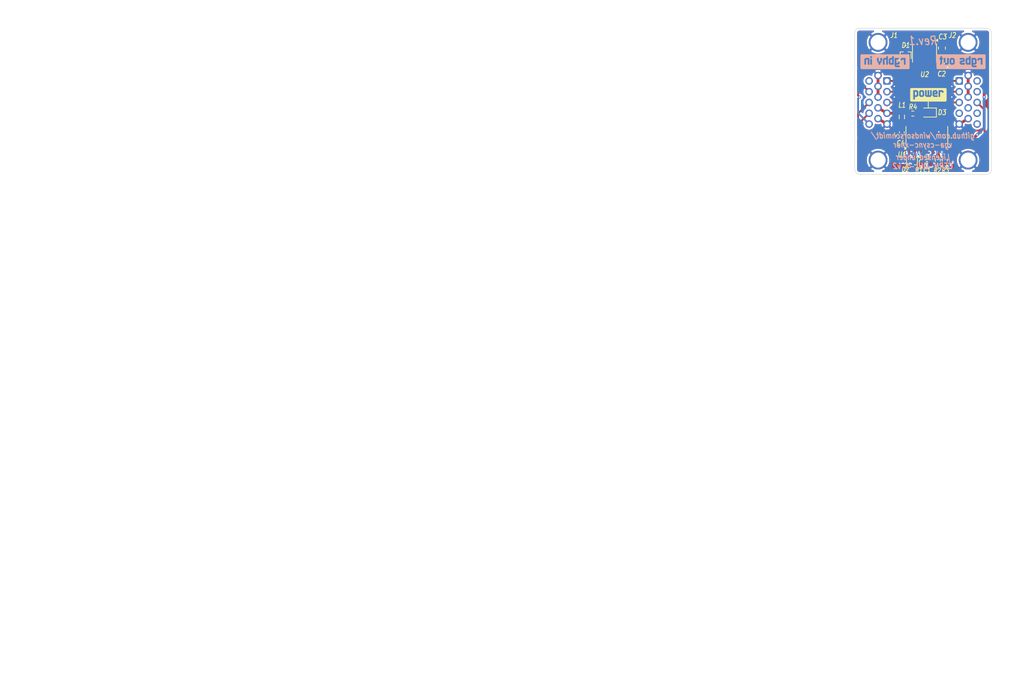
<source format=kicad_pcb>
(kicad_pcb (version 20241229) (generator "pcbnew") (generator_version "9.0")
  (title_block (title "VGA H/V to Composite Sync Generator (XNOR)") (date "2025-08-03") (rev "1"))
  (layers (0 "F.Cu" signal) (2 "B.Cu" signal) (13 "F.Paste" user) (15 "B.Paste" user) (5 "F.SilkS" user "F.Silkscreen") (7 "B.SilkS" user "B.Silkscreen") (1 "F.Mask" user) (3 "B.Mask" user) (25 "Edge.Cuts" user))
  (net 0 "")
  (net 1 "GND")
  (net 2 "+5V")
  (net 3 "/HSYNC")
  (net 4 "/SDA")
  (net 5 "/VSYNC")
  (net 6 "/SCL")
  (net 7 "/CSYNC")
  (net 9 "/B")
  (net 10 "/G")
  (net 12 "/VGA_5V")
  (net 13 "/R")
  (net 19 "Net-(D3-A)")
  (net 20 "Net-(R1-Pad1)")
  (net 24 "Net-(R2-Pad2)")
  (net 25 "Net-(C1-Pad1)")
  (footprint "Connector_Dsub:DSUB-15-HD_Socket_Horizontal_P2.29x1.90mm_EdgePinOffset3.03mm_Housed_MountingHolesOffset4.94mm" (layer "F.Cu") (at 223.67 135.68 90)
    (property "Reference" "J2")
    (property "Value" "HD15-SN-25")
  )
  (footprint "Package_TO_SOT_SMD:SOT-323_SC-70" (layer "F.Cu") (at 212.3 130.25 90)
    (property "Reference" "D1")
    (property "Value" "ESDA5WY")
  )
  (footprint "Package_SO:SOIC-8_3.9x4.9mm_P1.27mm" (layer "F.Cu") (at 216.3 129.75 -90)
    (property "Reference" "U2")
    (property "Value" "M24C02-FMN")
  )
  (footprint "Capacitor_SMD:C_0603_1608Metric" (layer "F.Cu") (at 216.81 153.3 180)
    (property "Reference" "C1")
    (property "Value" "330p")
  )
  (footprint "Package_SO:SOIC-14_3.9x8.7mm_P1.27mm" (layer "F.Cu") (at 216.8 147.3 90)
    (property "Reference" "U1")
    (property "Value" "SN74HCS86DR")
  )
  (footprint "Resistor_SMD:R_0603_1608Metric" (layer "F.Cu") (at 220.61 152.5 90)
    (property "Reference" "R3")
    (property "Value" "75")
  )
  (footprint "Package_TO_SOT_SMD:SOT-323_SC-70" (layer "F.Cu") (at 213.64 152.775 -90)
    (property "Reference" "D2")
    (property "Value" "ESDA5WY")
  )
  (footprint "Capacitor_SMD:C_0603_1608Metric" (layer "F.Cu") (at 220 131.975 -90)
    (property "Reference" "C2")
    (property "Value" "100n")
  )
  (footprint "LED_SMD:LED_0805_2012Metric" (layer "F.Cu") (at 217.1325 142.4 180)
    (property "Reference" "D3")
    (property "Value" "LG R971-KN-1-0-20-R18")
  )
  (footprint "Capacitor_SMD:C_0603_1608Metric" (layer "F.Cu") (at 211.49 146.6 -90)
    (property "Reference" "C4")
    (property "Value" "100n")
  )
  (footprint "Resistor_SMD:R_0603_1608Metric" (layer "F.Cu") (at 216.81 151.8)
    (property "Reference" "R1")
    (property "Value" "1.37k")
  )
  (footprint "Resistor_SMD:R_0603_1608Metric" (layer "F.Cu") (at 219.13 152.5 90)
    (property "Reference" "R2")
    (property "Value" "536")
  )
  (footprint "Connector_Dsub:DSUB-15-HD_Pins_Horizontal_P2.29x1.90mm_EdgePinOffset3.03mm_Housed_MountingHolesOffset4.94mm" (layer "F.Cu") (at 208.33 135.68 -90)
    (property "Reference" "J1")
    (property "Value" "L717HDE15PD4CH4R")
  )
  (footprint "Resistor_SMD:R_0603_1608Metric" (layer "F.Cu") (at 213.815 142.625 180)
    (property "Reference" "R4")
    (property "Value" "536")
  )
  (footprint "Inductor_SMD:L_0805_2012Metric" (layer "F.Cu") (at 211.49 143.325 -90)
    (property "Reference" "L1")
    (property "Value" "MPZ2012S102AT000")
  )
  (footprint "Capacitor_SMD:C_0805_2012Metric" (layer "F.Cu") (at 220 128.725 90)
    (property "Reference" "C3")
    (property "Value" "4.7u")
  )
  (gr_line (start 215.2 152.6) (end 215.5 152.3) (stroke (width 0.18)) (layer "F.SilkS"))
  (gr_line (start 215.2 153.7) (end 215.2 152.6) (stroke (width 0.18)) (layer "F.SilkS"))
  (gr_line (start 217.1 141.44) (end 217.1 140) (stroke (width 0.18)) (layer "F.SilkS"))
  (gr_poly (pts (xy 215.87437 138.184741) (xy 215.87437 138.363337) (xy 215.87437 138.54192) (xy 215.87437 138.720517) (xy 215.695777 138.720517) (xy 215.517184 138.720517) (xy 215.517184 138.54192) (xy 215.517184 138.363337) (xy 215.517184 138.184741) (xy 215.517184 138.006144) (xy 215.695777 138.006144) (xy 215.87437 138.006144)) (fill yes) (layer "F.SilkS"))
  (gr_poly (pts (xy 214.624215 138.184741) (xy 214.624215 138.363337) (xy 214.624215 138.54192) (xy 214.624215 138.720517) (xy 214.445622 138.720517) (xy 214.267029 138.720517) (xy 214.267029 138.54192) (xy 214.267029 138.363337) (xy 214.267029 138.184741) (xy 214.267029 138.006144) (xy 214.445626 138.006144) (xy 214.624215 138.006144)) (fill yes) (layer "F.SilkS"))
  (gr_poly (pts (xy 218.731869 138.184741) (xy 218.553276 138.184741) (xy 218.374683 138.184741) (xy 218.374683 138.006144) (xy 218.553276 138.006144) (xy 218.731869 138.006144)) (fill yes) (layer "F.SilkS"))
  (gr_poly (pts (xy 220.738247 137.191665) (xy 220.751996 137.192702) (xy 220.765542 137.19441) (xy 220.778868 137.196771) (xy 220.791957 137.199771) (xy 220.804792 137.203391) (xy 220.817358 137.207616) (xy 220.829636 137.212429) (xy 220.84161 137.217812) (xy 220.853264 137.223751) (xy 220.86458 137.230227) (xy 220.875542 137.237224) (xy 220.886133 137.244726) (xy 220.896336 137.252717) (xy 220.906134 137.261178) (xy 220.915511 137.270095) (xy 220.92445 137.27945) (xy 220.932934 137.289226) (xy 220.940945 137.299407) (xy 220.948469 137.309977) (xy 220.955487 137.320918) (xy 220.961982 137.332215) (xy 220.967939 137.34385) (xy 220.97334 137.355807) (xy 220.978169 137.368069) (xy 220.982408 137.38062) (xy 220.986041 137.393443) (xy 220.989051 137.406522) (xy 220.991422 137.419839) (xy 220.993136 137.433379) (xy 220.994176 137.447124) (xy 220.994527 137.461058) (xy 220.994527 139.801379) (xy 220.994176 139.815313) (xy 220.993136 139.829058) (xy 220.991422 139.842598) (xy 220.989051 139.855915) (xy 220.986041 139.868993) (xy 220.982408 139.881816) (xy 220.978169 139.894367) (xy 220.97334 139.90663) (xy 220.967939 139.918587) (xy 220.961982 139.930222) (xy 220.955487 139.941518) (xy 220.948469 139.95246) (xy 220.940945 139.96303) (xy 220.932934 139.973211) (xy 220.92445 139.982987) (xy 220.915511 139.992342) (xy 220.906134 140.001258) (xy 220.896336 140.00972) (xy 220.886133 140.01771) (xy 220.875542 140.025213) (xy 220.86458 140.03221) (xy 220.853264 140.038686) (xy 220.84161 140.044624) (xy 220.829636 140.050008) (xy 220.817358 140.054821) (xy 220.804792 140.059046) (xy 220.791957 140.062666) (xy 220.778868 140.065665) (xy 220.765542 140.068027) (xy 220.751996 140.069735) (xy 220.738247 140.070772) (xy 220.724311 140.071121) (xy 213.524752 140.071121) (xy 213.510816 140.070772) (xy 213.497067 140.069735) (xy 213.483521 140.068027) (xy 213.470195 140.065665) (xy 213.457106 140.062666) (xy 213.44427 140.059046) (xy 213.431705 140.054821) (xy 213.419427 140.050008) (xy 213.407452 140.044624) (xy 213.395799 140.038686) (xy 213.384483 140.03221) (xy 213.373521 140.025213) (xy 213.36293 140.01771) (xy 213.352727 140.00972) (xy 213.342929 140.001258) (xy 213.333552 139.992342) (xy 213.324613 139.982987) (xy 213.316129 139.973211) (xy 213.308117 139.96303) (xy 213.300594 139.95246) (xy 213.293576 139.941518) (xy 213.28708 139.930222) (xy 213.281124 139.918587) (xy 213.275723 139.90663) (xy 213.270894 139.894367) (xy 213.266655 139.881816) (xy 213.263022 139.868993) (xy 213.260012 139.855915) (xy 213.257641 139.842598) (xy 213.255927 139.829058) (xy 213.254887 139.815313) (xy 213.254536 139.801379) (xy 213.254536 137.648965) (xy 213.909843 137.648965) (xy 213.909846 137.827548) (xy 213.909846 138.006144) (xy 213.909846 138.184741) (xy 213.909846 138.363337) (xy 213.909846 138.54192) (xy 213.909846 138.720517) (xy 213.909846 138.899113) (xy 213.909846 139.07771) (xy 213.909846 139.256292) (xy 213.909846 139.434889) (xy 213.909846 139.613485) (xy 214.088439 139.613485) (xy 214.267032 139.613485) (xy 214.267032 139.434889) (xy 214.267032 139.256292) (xy 214.267032 139.07771) (xy 214.445626 139.07771) (xy 214.624219 139.07771) (xy 214.802808 139.07771) (xy 214.802808 138.899113) (xy 214.981401 138.899113) (xy 214.981401 138.720517) (xy 214.981401 138.54192) (xy 214.981401 138.363337) (xy 214.981401 138.184741) (xy 214.981401 138.006144) (xy 214.981401 137.827548) (xy 215.160001 137.827548) (xy 215.160001 138.006144) (xy 215.160001 138.184741) (xy 215.160001 138.363337) (xy 215.160001 138.54192) (xy 215.160001 138.720517) (xy 215.160001 138.899113) (xy 215.338594 138.899113) (xy 215.338594 139.07771) (xy 215.517187 139.07771) (xy 215.695784 139.07771) (xy 215.874377 139.07771) (xy 216.052966 139.07771) (xy 216.052966 138.899113) (xy 216.231559 138.899113) (xy 216.231559 138.720517) (xy 216.231559 138.54192) (xy 216.231559 138.363337) (xy 216.231559 138.184741) (xy 216.231559 138.006144) (xy 216.231559 137.827548) (xy 216.410156 137.827548) (xy 216.410156 138.006144) (xy 216.410156 138.184741) (xy 216.410156 138.363337) (xy 216.410156 138.54192) (xy 216.410156 138.720517) (xy 216.410156 138.899113) (xy 216.588749 138.899113) (xy 216.588749 139.07771) (xy 216.767346 139.07771) (xy 216.945938 139.07771) (xy 217.124531 139.07771) (xy 217.303125 139.07771) (xy 217.481721 139.07771) (xy 217.660307 139.07771) (xy 217.660307 138.899113) (xy 217.8389 138.899113) (xy 217.8389 138.720517) (xy 217.8389 138.54192) (xy 217.8389 138.363337) (xy 217.8389 138.184741) (xy 217.8389 138.006144) (xy 217.8389 137.827548) (xy 218.0175 137.827548) (xy 218.0175 138.006144) (xy 218.0175 138.184741) (xy 218.0175 138.363337) (xy 218.0175 138.54192) (xy 218.0175 138.720517) (xy 218.0175 138.899113) (xy 218.196093 138.899113) (xy 218.196093 139.07771) (xy 218.374686 139.07771) (xy 218.553283 139.07771) (xy 218.731876 139.07771) (xy 218.910469 139.07771) (xy 219.089059 139.07771) (xy 219.089059 138.899113) (xy 219.089059 138.720517) (xy 218.910466 138.720517) (xy 218.731872 138.720517) (xy 218.553279 138.720517) (xy 218.374686 138.720517) (xy 218.374686 138.54192) (xy 218.553283 138.54192) (xy 218.731876 138.54192) (xy 218.910469 138.54192) (xy 219.089059 138.54192) (xy 219.089059 138.363337) (xy 219.089059 138.184741) (xy 219.089059 138.006144) (xy 219.089059 137.827548) (xy 218.910466 137.827548) (xy 218.910466 137.648965) (xy 219.267655 137.648965) (xy 219.267659 137.827548) (xy 219.267659 138.006144) (xy 219.267659 138.184741) (xy 219.267659 138.363337) (xy 219.267659 138.54192) (xy 219.267659 138.720517) (xy 219.267659 138.899113) (xy 219.267659 139.07771) (xy 219.446252 139.07771) (xy 219.624845 139.07771) (xy 219.624845 138.899113) (xy 219.624845 138.720517) (xy 219.624845 138.54192) (xy 219.624845 138.363337) (xy 219.624845 138.184741) (xy 219.624845 138.006144) (xy 219.803438 138.006144) (xy 219.982031 138.006144) (xy 219.982031 138.184741) (xy 220.160624 138.184741) (xy 220.339213 138.184741) (xy 220.339213 138.006144) (xy 220.339213 137.827548) (xy 220.16062 137.827548) (xy 220.16062 137.648965) (xy 219.982027 137.648965) (xy 219.803434 137.648965) (xy 219.624841 137.648965) (xy 219.446248 137.648965) (xy 219.267655 137.648965) (xy 218.910466 137.648965) (xy 218.731872 137.648965) (xy 218.553279 137.648965) (xy 218.374686 137.648965) (xy 218.196093 137.648965) (xy 218.196093 137.827548) (xy 218.0175 137.827548) (xy 217.8389 137.827548) (xy 217.8389 137.648965) (xy 217.660307 137.648965) (xy 217.481714 137.648965) (xy 217.481714 137.827548) (xy 217.481714 138.006144) (xy 217.481714 138.184741) (xy 217.481714 138.363337) (xy 217.481714 138.54192) (xy 217.481714 138.720517) (xy 217.303121 138.720517) (xy 217.303121 138.54192) (xy 217.303121 138.363337) (xy 217.303121 138.184741) (xy 217.303121 138.006144) (xy 217.303121 137.827548) (xy 217.303121 137.648965) (xy 217.124528 137.648965) (xy 216.945935 137.648965) (xy 216.945935 137.827548) (xy 216.945935 138.006144) (xy 216.945935 138.184741) (xy 216.945935 138.363337) (xy 216.945935 138.54192) (xy 216.945935 138.720517) (xy 216.767342 138.720517) (xy 216.767342 138.54192) (xy 216.767342 138.363337) (xy 216.767342 138.184741) (xy 216.767342 138.006144) (xy 216.767342 137.827548) (xy 216.767342 137.648965) (xy 216.588749 137.648965) (xy 216.410156 137.648965) (xy 216.410156 137.827548) (xy 216.231559 137.827548) (xy 216.052966 137.827548) (xy 216.052966 137.648965) (xy 215.874373 137.648965) (xy 215.69578 137.648965) (xy 215.517187 137.648965) (xy 215.338594 137.648965) (xy 215.338594 137.827548) (xy 215.160001 137.827548) (xy 214.981401 137.827548) (xy 214.802808 137.827548) (xy 214.802808 137.648965) (xy 214.624215 137.648965) (xy 214.445622 137.648965) (xy 214.267029 137.648965) (xy 214.088436 137.648965) (xy 213.909843 137.648965) (xy 213.254536 137.648965) (xy 213.254536 137.461058) (xy 213.254887 137.447124) (xy 213.255927 137.433379) (xy 213.257641 137.419839) (xy 213.260012 137.406522) (xy 213.263022 137.393443) (xy 213.266655 137.38062) (xy 213.270894 137.368069) (xy 213.275723 137.355807) (xy 213.281124 137.34385) (xy 213.28708 137.332215) (xy 213.293576 137.320918) (xy 213.300594 137.309977) (xy 213.308117 137.299407) (xy 213.316129 137.289226) (xy 213.324613 137.27945) (xy 213.333552 137.270095) (xy 213.342929 137.261178) (xy 213.352727 137.252717) (xy 213.36293 137.244726) (xy 213.373521 137.237224) (xy 213.384483 137.230227) (xy 213.395799 137.223751) (xy 213.407452 137.217812) (xy 213.419427 137.212429) (xy 213.431705 137.207616) (xy 213.44427 137.203391) (xy 213.457106 137.199771) (xy 213.470195 137.196771) (xy 213.483521 137.19441) (xy 213.497067 137.192702) (xy 213.510816 137.191665) (xy 213.524752 137.191316) (xy 220.724311 137.191316)) (fill yes) (layer "F.SilkS"))
  (gr_poly (pts (xy 210.314689 131.335789) (xy 210.314689 131.514372) (xy 210.314689 131.692969) (xy 210.314689 131.871565) (xy 210.493282 131.871565) (xy 210.671875 131.871565) (xy 210.671875 131.692969) (xy 210.671875 131.514372) (xy 210.671875 131.335789) (xy 210.671875 131.157193) (xy 210.493282 131.157193) (xy 210.314689 131.157193)) (fill yes) (layer "B.SilkS"))
  (gr_poly (pts (xy 221.992965 131.335789) (xy 221.992965 131.514372) (xy 221.992965 131.692969) (xy 221.992965 131.871565) (xy 222.171558 131.871565) (xy 222.350151 131.871565) (xy 222.350151 131.692969) (xy 222.350151 131.514372) (xy 222.350151 131.335789) (xy 222.350151 131.157193) (xy 222.171558 131.157193) (xy 221.992965 131.157193)) (fill yes) (layer "B.SilkS"))
  (gr_poly (pts (xy 225.386247 131.335789) (xy 225.386247 131.514372) (xy 225.386247 131.692969) (xy 225.386247 131.871565) (xy 225.56484 131.871565) (xy 225.743433 131.871565) (xy 225.743433 131.692969) (xy 225.743433 131.514372) (xy 225.743433 131.335789) (xy 225.743433 131.157193) (xy 225.56484 131.157193) (xy 225.386247 131.157193)) (fill yes) (layer "B.SilkS"))
  (gr_poly (pts (xy 219.082928 130.028781) (xy 219.069183 130.029822) (xy 219.055643 130.031536) (xy 219.042325 130.033906) (xy 219.029246 130.036917) (xy 219.016423 130.04055) (xy 219.003872 130.044789) (xy 218.991609 130.049618) (xy 218.979651 130.055019) (xy 218.968016 130.060976) (xy 218.956719 130.067472) (xy 218.945777 130.074491) (xy 218.935207 130.082014) (xy 218.925025 130.090026) (xy 218.915248 130.09851) (xy 218.905893 130.107449) (xy 218.896976 130.116827) (xy 218.888514 130.126625) (xy 218.880524 130.136829) (xy 218.873021 130.14742) (xy 218.866023 130.158382) (xy 218.859547 130.169698) (xy 218.853608 130.181352) (xy 218.848224 130.193327) (xy 218.843412 130.205605) (xy 218.839187 130.218171) (xy 218.835566 130.231007) (xy 218.832566 130.244096) (xy 218.830204 130.257422) (xy 218.828497 130.270968) (xy 218.82746 130.284717) (xy 218.827111 130.298653) (xy 218.827111 132.908729) (xy 218.82746 132.922664) (xy 218.828497 132.936409) (xy 218.830204 132.949948) (xy 218.832566 132.963266) (xy 218.835566 132.976345) (xy 218.839187 132.989168) (xy 218.843412 133.00172) (xy 218.848225 133.013982) (xy 218.853609 133.02594) (xy 218.859548 133.037575) (xy 218.866024 133.048873) (xy 218.873022 133.059815) (xy 218.880525 133.070385) (xy 218.888515 133.080567) (xy 218.896978 133.090344) (xy 218.905895 133.099699) (xy 218.91525 133.108616) (xy 218.925027 133.117079) (xy 218.935208 133.12507) (xy 218.945779 133.132572) (xy 218.95672 133.13957) (xy 218.968017 133.146047) (xy 218.979653 133.151986) (xy 218.99161 133.15737) (xy 219.003873 133.162183) (xy 219.016424 133.166408) (xy 219.029248 133.170029) (xy 219.042326 133.173029) (xy 219.055644 133.175391) (xy 219.069183 133.177099) (xy 219.082929 133.178136) (xy 219.096863 133.178485) (xy 228.996725 133.178485) (xy 229.01066 133.178136) (xy 229.024409 133.177099) (xy 229.037955 133.175391) (xy 229.051281 133.173029) (xy 229.06437 133.170029) (xy 229.077206 133.166408) (xy 229.089771 133.162183) (xy 229.10205 133.15737) (xy 229.114024 133.151986) (xy 229.125678 133.146047) (xy 229.136994 133.13957) (xy 229.147956 133.132572) (xy 229.158547 133.12507) (xy 229.16875 133.117079) (xy 229.178548 133.108616) (xy 229.187925 133.099699) (xy 229.196864 133.090344) (xy 229.205347 133.080567) (xy 229.213359 133.070385) (xy 229.220882 133.059815) (xy 229.2279 133.048873) (xy 229.234396 133.037575) (xy 229.240353 133.02594) (xy 229.245754 133.013982) (xy 229.250582 133.00172) (xy 229.254822 132.989168) (xy 229.258455 132.976345) (xy 229.261465 132.963266) (xy 229.263835 132.949948) (xy 229.265549 132.936409) (xy 229.26659 132.922664) (xy 229.266941 132.908729) (xy 229.266941 130.978596) (xy 228.600936 130.978596) (xy 228.600936 131.157193) (xy 228.600936 131.335789) (xy 228.600936 131.514372) (xy 228.600936 131.692969) (xy 228.600936 131.871565) (xy 228.600936 132.050162) (xy 228.600936 132.228744) (xy 228.422339 132.228744) (xy 228.243746 132.228744) (xy 228.243746 132.050162) (xy 228.243746 131.871565) (xy 228.243746 131.692969) (xy 228.243746 131.514372) (xy 228.243746 131.335789) (xy 228.243746 131.157193) (xy 228.065153 131.157193) (xy 227.88656 131.157193) (xy 227.88656 131.335789) (xy 227.707967 131.335789) (xy 227.529377 131.335789) (xy 227.529377 131.157193) (xy 227.529377 130.978596) (xy 227.350778 130.978596) (xy 227.350778 131.157193) (xy 227.350778 131.335789) (xy 227.350778 131.514372) (xy 227.350778 131.692969) (xy 227.350778 131.871565) (xy 227.350778 132.050162) (xy 227.172184 132.050162) (xy 227.172184 132.228744) (xy 226.993591 132.228744) (xy 226.814998 132.228744) (xy 226.636405 132.228744) (xy 226.636405 132.407341) (xy 226.814998 132.407341) (xy 226.993591 132.407341) (xy 227.172184 132.407341) (xy 227.350778 132.407341) (xy 227.350778 132.585937) (xy 227.350778 132.764534) (xy 227.172184 132.764534) (xy 226.993591 132.764534) (xy 226.814998 132.764534) (xy 226.636402 132.764534) (xy 226.457809 132.764534) (xy 226.457809 132.585937) (xy 226.279219 132.585937) (xy 226.279219 132.407341) (xy 226.279219 132.228744) (xy 226.279219 132.050162) (xy 226.279219 131.871565) (xy 226.279219 131.692969) (xy 226.279219 131.514372) (xy 226.279219 131.335789) (xy 226.279219 131.157193) (xy 226.279219 130.978596) (xy 226.279219 130.8) (xy 226.457812 130.8) (xy 226.636405 130.8) (xy 226.814998 130.8) (xy 226.993591 130.8) (xy 227.172184 130.8) (xy 227.172184 130.978596) (xy 227.350778 130.978596) (xy 227.529377 130.978596) (xy 227.70797 130.978596) (xy 227.70797 130.8) (xy 227.886563 130.8) (xy 228.065157 130.8) (xy 228.24375 130.8) (xy 228.422343 130.8) (xy 228.600936 130.8) (xy 228.600936 130.978596) (xy 229.266941 130.978596) (xy 229.266941 130.621417) (xy 226.100623 130.621417) (xy 226.100623 130.8) (xy 226.100623 130.978596) (xy 226.100623 131.157193) (xy 226.100623 131.335789) (xy 226.100623 131.514372) (xy 226.100623 131.692969) (xy 226.100623 131.871565) (xy 226.100623 132.050162) (xy 226.100623 132.228744) (xy 225.92203 132.228744) (xy 225.743433 132.228744) (xy 225.56484 132.228744) (xy 225.386247 132.228744) (xy 225.207658 132.228744) (xy 225.207658 132.050162) (xy 225.029064 132.050162) (xy 225.029064 131.871565) (xy 225.029064 131.692969) (xy 225.029064 131.514372) (xy 225.029064 131.335789) (xy 225.029064 131.157193) (xy 225.029064 130.978596) (xy 224.850465 130.978596) (xy 224.850465 131.157193) (xy 224.850465 131.335789) (xy 224.850465 131.514372) (xy 224.671871 131.514372) (xy 224.671871 131.692969) (xy 224.493278 131.692969) (xy 224.314685 131.692969) (xy 224.136092 131.692969) (xy 224.136092 131.871565) (xy 224.314685 131.871565) (xy 224.493278 131.871565) (xy 224.671871 131.871565) (xy 224.850465 131.871565) (xy 224.850465 132.050162) (xy 224.850465 132.228744) (xy 224.671871 132.228744) (xy 224.493278 132.228744) (xy 224.314685 132.228744) (xy 224.136092 132.228744) (xy 223.957499 132.228744) (xy 223.957499 132.050162) (xy 223.778906 132.050162) (xy 223.778906 131.871565) (xy 223.778906 131.692969) (xy 223.778906 131.514372) (xy 223.957499 131.514372) (xy 223.957499 131.335789) (xy 224.136092 131.335789) (xy 224.314685 131.335789) (xy 224.493278 131.335789) (xy 224.493278 131.157193) (xy 224.314685 131.157193) (xy 224.136092 131.157193) (xy 223.957496 131.157193) (xy 223.778906 131.157193) (xy 223.778906 130.978596) (xy 222.707341 130.978596) (xy 222.707341 131.157193) (xy 222.707341 131.335789) (xy 222.707341 131.514372) (xy 222.707341 131.692969) (xy 222.707341 131.871565) (xy 222.707341 132.050162) (xy 222.528748 132.050162) (xy 222.528748 132.228744) (xy 222.350155 132.228744) (xy 222.171558 132.228744) (xy 221.992965 132.228744) (xy 221.814376 132.228744) (xy 221.814376 132.050162) (xy 221.635783 132.050162) (xy 221.635783 131.871565) (xy 221.635783 131.692969) (xy 221.635783 131.514372) (xy 221.635783 131.335789) (xy 221.635783 131.157193) (xy 221.635783 130.97861) (xy 221.457186 130.97861) (xy 221.457186 131.157207) (xy 221.457186 131.335803) (xy 221.457186 131.514386) (xy 221.457186 131.692982) (xy 221.457186 131.871579) (xy 221.457186 132.050175) (xy 221.27859 132.050175) (xy 221.27859 132.228744) (xy 221.099996 132.228744) (xy 220.921403 132.228744) (xy 220.74281 132.228744) (xy 220.564217 132.228744) (xy 220.385628 132.228744) (xy 220.385628 132.050162) (xy 220.385628 131.871565) (xy 220.385628 131.692969) (xy 220.385628 131.514372) (xy 220.385628 131.335789) (xy 220.385628 131.157193) (xy 220.385628 130.978596) (xy 220.385628 130.800014) (xy 220.207028 130.800014) (xy 220.207028 130.97861) (xy 220.207028 131.157207) (xy 220.028435 131.157207) (xy 220.028435 131.335803) (xy 220.028435 131.514386) (xy 220.028435 131.692982) (xy 220.028435 131.871579) (xy 220.028435 132.050175) (xy 219.849842 132.050175) (xy 219.849842 132.228744) (xy 219.671249 132.228744) (xy 219.492655 132.228744) (xy 219.492655 132.050162) (xy 219.492655 131.871565) (xy 219.671249 131.871565) (xy 219.671249 131.692969) (xy 219.671249 131.514372) (xy 219.671249 131.335789) (xy 219.671249 131.157193) (xy 219.492655 131.157193) (xy 219.492655 130.978596) (xy 219.492655 130.8) (xy 219.671249 130.8) (xy 219.671249 130.621417) (xy 219.671249 130.442821) (xy 219.849842 130.442821) (xy 220.028435 130.442821) (xy 220.028435 130.621431) (xy 220.028435 130.800014) (xy 220.207028 130.800014) (xy 220.385628 130.800014) (xy 220.385628 130.8) (xy 220.564221 130.8) (xy 220.742814 130.8) (xy 220.742814 130.978596) (xy 220.742814 131.157193) (xy 220.742814 131.335789) (xy 220.742814 131.514372) (xy 220.742814 131.692969) (xy 220.742814 131.871565) (xy 220.921407 131.871565) (xy 221.1 131.871565) (xy 221.1 131.692969) (xy 221.1 131.514372) (xy 221.1 131.335789) (xy 221.1 131.157193) (xy 221.1 130.978596) (xy 221.1 130.8) (xy 221.278593 130.8) (xy 221.457186 130.8) (xy 221.457186 130.97861) (xy 221.635783 130.97861) (xy 221.635783 130.978596) (xy 221.814376 130.978596) (xy 221.814376 130.8) (xy 221.992969 130.8) (xy 222.171562 130.8) (xy 222.350155 130.8) (xy 222.528748 130.8) (xy 222.528748 130.978596) (xy 222.707341 130.978596) (xy 223.778906 130.978596) (xy 223.778906 130.8) (xy 223.957499 130.8) (xy 224.136092 130.8) (xy 224.314685 130.8) (xy 224.493278 130.8) (xy 224.671871 130.8) (xy 224.671871 130.978596) (xy 224.850465 130.978596) (xy 225.029064 130.978596) (xy 225.207658 130.978596) (xy 225.207658 130.8) (xy 225.386251 130.8) (xy 225.564844 130.8) (xy 225.743437 130.8) (xy 225.743437 130.621417) (xy 225.743437 130.442821) (xy 225.92203 130.442821) (xy 226.100623 130.442821) (xy 226.100623 130.621417) (xy 229.266941 130.621417) (xy 229.266941 130.298653) (xy 229.26659 130.284716) (xy 229.265549 130.270966) (xy 229.263835 130.257419) (xy 229.261465 130.244092) (xy 229.258455 130.231002) (xy 229.254822 130.218166) (xy 229.250582 130.2056) (xy 229.245754 130.193321) (xy 229.240353 130.181346) (xy 229.234396 130.169692) (xy 229.2279 130.158376) (xy 229.220882 130.147414) (xy 229.213359 130.136823) (xy 229.205347 130.12662) (xy 229.196864 130.116821) (xy 229.187925 130.107444) (xy 229.178548 130.098506) (xy 229.16875 130.090022) (xy 229.158547 130.08201) (xy 229.147956 130.074487) (xy 229.136994 130.067469) (xy 229.125678 130.060974) (xy 229.114024 130.055017) (xy 229.10205 130.049616) (xy 229.089771 130.044788) (xy 229.077206 130.040549) (xy 229.06437 130.036916) (xy 229.051281 130.033906) (xy 229.037955 130.031535) (xy 229.024409 130.029822) (xy 229.01066 130.028781) (xy 228.996725 130.02843) (xy 219.096863 130.02843)) (fill yes) (layer "B.SilkS"))
  (gr_poly (pts (xy 209.064534 131.335789) (xy 209.064534 131.514372) (xy 209.064534 131.692969) (xy 209.064534 131.871565) (xy 209.243127 131.871565) (xy 209.42172 131.871565) (xy 209.42172 131.692969) (xy 209.42172 131.514372) (xy 209.42172 131.335789) (xy 209.42172 131.157193) (xy 209.243127 131.157193) (xy 209.064534 131.157193)) (fill yes) (layer "B.SilkS"))
  (gr_poly (pts (xy 226.636405 131.335789) (xy 226.636405 131.514372) (xy 226.636405 131.692969) (xy 226.636405 131.871565) (xy 226.814998 131.871565) (xy 226.993591 131.871565) (xy 226.993591 131.692969) (xy 226.993591 131.514372) (xy 226.993591 131.335789) (xy 226.993591 131.157193) (xy 226.814998 131.157193) (xy 226.636405 131.157193)) (fill yes) (layer "B.SilkS"))
  (gr_poly (pts (xy 202.939808 130.029246) (xy 202.926063 130.030283) (xy 202.912523 130.031991) (xy 202.899205 130.034352) (xy 202.886126 130.037352) (xy 202.873303 130.040972) (xy 202.860752 130.045197) (xy 202.848489 130.05001) (xy 202.836531 130.055393) (xy 202.824896 130.061332) (xy 202.813599 130.067808) (xy 202.802657 130.074805) (xy 202.792087 130.082307) (xy 202.781905 130.090298) (xy 202.772128 130.098759) (xy 202.762773 130.107676) (xy 202.753856 130.117031) (xy 202.745394 130.126807) (xy 202.737404 130.136988) (xy 202.729901 130.147558) (xy 202.722903 130.158499) (xy 202.716427 130.169796) (xy 202.710488 130.181431) (xy 202.705104 130.193388) (xy 202.700292 130.20565) (xy 202.696067 130.218201) (xy 202.692446 130.231024) (xy 202.689446 130.244103) (xy 202.687084 130.25742) (xy 202.685377 130.27096) (xy 202.68434 130.284705) (xy 202.683991 130.298639) (xy 202.683991 132.908716) (xy 202.68434 132.922652) (xy 202.685377 132.936402) (xy 202.687084 132.949949) (xy 202.689446 132.963276) (xy 202.692446 132.976366) (xy 202.696067 132.989202) (xy 202.700292 133.001768) (xy 202.705105 133.014047) (xy 202.710489 133.026022) (xy 202.716428 133.037676) (xy 202.722904 133.048992) (xy 202.729902 133.059955) (xy 202.737405 133.070546) (xy 202.745395 133.080749) (xy 202.753858 133.090547) (xy 202.762775 133.099924) (xy 202.77213 133.108863) (xy 202.781907 133.117346) (xy 202.792088 133.125358) (xy 202.802659 133.132881) (xy 202.8136 133.139899) (xy 202.824897 133.146395) (xy 202.836533 133.152351) (xy 202.84849 133.157752) (xy 202.860753 133.162581) (xy 202.873304 133.16682) (xy 202.886128 133.170452) (xy 202.899206 133.173462) (xy 202.912524 133.175833) (xy 202.926063 133.177547) (xy 202.939809 133.178587) (xy 202.953743 133.178938) (xy 212.853605 133.178938) (xy 212.86754 133.178587) (xy 212.881289 133.177547) (xy 212.894835 133.175833) (xy 212.908161 133.173462) (xy 212.92125 133.170452) (xy 212.934086 133.166818) (xy 212.946651 133.162579) (xy 212.95893 133.15775) (xy 212.970904 133.152349) (xy 212.982558 133.146392) (xy 212.993874 133.139896) (xy 213.004836 133.132878) (xy 213.015427 133.125354) (xy 213.02563 133.117342) (xy 213.035428 133.108858) (xy 213.044805 133.099919) (xy 213.053744 133.090542) (xy 213.062227 133.080743) (xy 213.070239 133.07054) (xy 213.077762 133.059948) (xy 213.08478 133.048986) (xy 213.091276 133.03767) (xy 213.097233 133.026016) (xy 213.102634 133.014041) (xy 213.107462 133.001763) (xy 213.111702 132.989197) (xy 213.115335 132.976361) (xy 213.118345 132.963272) (xy 213.120715 132.949946) (xy 213.122429 132.9364) (xy 213.12347 132.922651) (xy 213.123821 132.908716) (xy 213.123821 130.978596) (xy 212.279219 130.978596) (xy 212.279219 131.157193) (xy 212.279219 131.335789) (xy 212.279219 131.514372) (xy 212.279219 131.692969) (xy 212.279219 131.871565) (xy 212.279219 132.050161) (xy 212.279219 132.228744) (xy 212.100626 132.228744) (xy 211.922033 132.228744) (xy 211.922033 132.050161) (xy 211.922033 131.871565) (xy 211.922033 131.692969) (xy 211.922033 131.514372) (xy 211.922033 131.335789) (xy 211.922033 131.157193) (xy 211.74344 131.157193) (xy 211.564847 131.157193) (xy 211.564847 131.335789) (xy 211.386254 131.335789) (xy 211.207661 131.335789) (xy 211.207661 131.157193) (xy 211.207661 130.978596) (xy 211.029064 130.978596) (xy 211.029064 131.157193) (xy 211.029064 131.335789) (xy 211.029064 131.514372) (xy 211.029064 131.692969) (xy 211.029064 131.871565) (xy 211.029064 132.050161) (xy 210.850471 132.050161) (xy 210.850471 132.228744) (xy 210.671878 132.228744) (xy 210.493282 132.228744) (xy 210.314692 132.228744) (xy 210.314692 132.407341) (xy 210.493285 132.407341) (xy 210.671878 132.407341) (xy 210.850471 132.407341) (xy 211.029064 132.407341) (xy 211.029064 132.585937) (xy 211.029064 132.764534) (xy 210.850471 132.764534) (xy 210.671878 132.764534) (xy 210.493282 132.764534) (xy 210.314689 132.764534) (xy 210.136096 132.764534) (xy 210.136096 132.585937) (xy 209.957503 132.585937) (xy 209.957503 132.407341) (xy 209.957503 132.228744) (xy 209.957503 132.050161) (xy 209.957503 131.871565) (xy 209.957503 131.692969) (xy 209.957503 131.514372) (xy 209.957503 131.335789) (xy 209.957503 131.157193) (xy 209.957503 130.978596) (xy 209.957503 130.8) (xy 210.136096 130.8) (xy 210.314689 130.8) (xy 210.493282 130.8) (xy 210.671875 130.8) (xy 210.850468 130.8) (xy 210.850471 130.978596) (xy 211.029064 130.978596) (xy 211.207661 130.978596) (xy 211.386254 130.978596) (xy 211.386254 130.8) (xy 211.564847 130.8) (xy 211.74344 130.8) (xy 211.922033 130.8) (xy 212.100626 130.8) (xy 212.279219 130.8) (xy 212.279219 130.978596) (xy 213.123821 130.978596) (xy 213.123821 130.621417) (xy 209.77891 130.621417) (xy 209.77891 130.8) (xy 209.77891 130.978596) (xy 209.77891 131.157193) (xy 209.77891 131.335789) (xy 209.77891 131.514372) (xy 209.77891 131.692969) (xy 209.77891 131.871565) (xy 209.77891 132.050161) (xy 209.77891 132.228744) (xy 209.600313 132.228744) (xy 209.42172 132.228744) (xy 209.243127 132.228744) (xy 209.064534 132.228744) (xy 208.885941 132.228744) (xy 208.885941 132.050161) (xy 208.707351 132.050161) (xy 208.707351 131.871565) (xy 208.707351 131.692969) (xy 208.707351 131.514372) (xy 208.707351 131.335789) (xy 208.707351 131.157193) (xy 208.707351 130.978596) (xy 208.885944 130.978596) (xy 208.885944 130.8) (xy 209.064538 130.8) (xy 209.243131 130.8) (xy 209.421724 130.8) (xy 209.421724 130.621417) (xy 208.528751 130.621417) (xy 208.528751 130.8) (xy 208.528751 130.978596) (xy 208.528751 131.157193) (xy 208.528751 131.335789) (xy 208.528751 131.514372) (xy 208.528751 131.692969) (xy 208.528751 131.871565) (xy 208.528751 132.050161) (xy 208.528751 132.228744) (xy 208.350158 132.228744) (xy 208.171565 132.228744) (xy 208.171565 132.050161) (xy 208.171565 131.871565) (xy 208.171565 131.692969) (xy 208.171565 131.514372) (xy 208.171565 131.335789) (xy 208.171565 131.157193) (xy 207.992972 131.157193) (xy 207.814379 131.157193) (xy 207.814379 131.335789) (xy 207.814379 131.514372) (xy 207.814379 131.692969) (xy 207.814379 131.871565) (xy 207.814379 132.050161) (xy 207.814379 132.228744) (xy 207.635786 132.228744) (xy 207.457193 132.228744) (xy 207.457193 132.050161) (xy 207.457193 131.871565) (xy 207.457193 131.692969) (xy 207.457193 131.514372) (xy 207.457193 131.335789) (xy 207.457193 131.157193) (xy 207.457193 130.978596) (xy 207.278593 130.978596) (xy 207.278593 131.157193) (xy 207.278593 131.335789) (xy 207.278593 131.514372) (xy 207.1 131.514372) (xy 207.1 131.692969) (xy 207.1 131.871565) (xy 206.921407 131.871565) (xy 206.921407 132.050161) (xy 206.921407 132.228744) (xy 206.742814 132.228744) (xy 206.564221 132.228744) (xy 206.564221 132.050161) (xy 206.564221 131.871565) (xy 206.385628 131.871565) (xy 206.385628 131.692969) (xy 206.385628 131.514372) (xy 206.207035 131.514372) (xy 206.207035 131.335789) (xy 206.207035 131.157193) (xy 205.13547 131.157193) (xy 205.13547 131.335789) (xy 205.13547 131.514372) (xy 205.13547 131.692969) (xy 205.13547 131.871565) (xy 205.13547 132.050161) (xy 205.13547 132.228744) (xy 204.956876 132.228744) (xy 204.778283 132.228744) (xy 204.778283 132.050161) (xy 204.778283 131.871565) (xy 204.778283 131.692969) (xy 204.778283 131.514372) (xy 204.778283 131.335789) (xy 204.778283 131.157193) (xy 204.778283 130.978596) (xy 204.59969 130.978596) (xy 204.59969 131.157193) (xy 204.59969 131.335789) (xy 204.59969 131.514372) (xy 204.59969 131.692969) (xy 204.59969 131.871565) (xy 204.59969 132.050161) (xy 204.59969 132.228744) (xy 204.421097 132.228744) (xy 204.242501 132.228744) (xy 204.242501 132.050161) (xy 204.242501 131.871565) (xy 204.242501 131.692969) (xy 204.242501 131.514372) (xy 204.242501 131.335789) (xy 204.242501 131.157193) (xy 204.063908 131.157193) (xy 203.885315 131.157193) (xy 203.885315 131.335789) (xy 203.885315 131.514372) (xy 203.885315 131.692969) (xy 203.885315 131.871565) (xy 203.885315 132.050161) (xy 203.885315 132.228744) (xy 203.706722 132.228744) (xy 203.528129 132.228744) (xy 203.528129 132.050161) (xy 203.528129 131.871565) (xy 203.528129 131.692969) (xy 203.528129 131.514372) (xy 203.528129 131.335789) (xy 203.528129 131.157193) (xy 203.528129 130.978596) (xy 203.706722 130.978596) (xy 203.706722 130.8) (xy 203.885315 130.8) (xy 204.063908 130.8) (xy 204.242501 130.8) (xy 204.421094 130.8) (xy 204.599687 130.8) (xy 204.59969 130.978596) (xy 204.778283 130.978596) (xy 204.956876 130.978596) (xy 205.13547 130.978596) (xy 205.13547 131.157193) (xy 206.207035 131.157193) (xy 206.207035 130.978596) (xy 206.207035 130.8) (xy 206.385628 130.8) (xy 206.564221 130.8) (xy 206.564221 130.978596) (xy 206.564221 131.157193) (xy 206.564221 131.335789) (xy 206.564221 131.514372) (xy 206.742814 131.514372) (xy 206.921407 131.514372) (xy 206.921407 131.335789) (xy 206.921407 131.157193) (xy 206.921407 130.978596) (xy 206.921407 130.8) (xy 207.1 130.8) (xy 207.278593 130.8) (xy 207.278593 130.978596) (xy 207.457193 130.978596) (xy 207.635786 130.978596) (xy 207.635786 130.8) (xy 207.814379 130.8) (xy 207.992972 130.8) (xy 208.171565 130.8) (xy 208.171565 130.621417) (xy 205.13547 130.621417) (xy 205.13547 130.8) (xy 204.956876 130.8) (xy 204.778283 130.8) (xy 204.778283 130.621417) (xy 204.778283 130.442821) (xy 204.956876 130.442821) (xy 205.13547 130.442821) (xy 205.13547 130.621417) (xy 208.171565 130.621417) (xy 208.171565 130.442821) (xy 208.350158 130.442821) (xy 208.528751 130.442821) (xy 208.528751 130.621417) (xy 209.421724 130.621417) (xy 209.421724 130.442821) (xy 209.600317 130.442821) (xy 209.77891 130.442821) (xy 209.77891 130.621417) (xy 213.123821 130.621417) (xy 213.123821 130.298639) (xy 213.12347 130.284705) (xy 213.122429 130.27096) (xy 213.120715 130.25742) (xy 213.118345 130.244103) (xy 213.115335 130.231024) (xy 213.111702 130.218201) (xy 213.107462 130.20565) (xy 213.102634 130.193388) (xy 213.097233 130.181431) (xy 213.091276 130.169796) (xy 213.08478 130.158499) (xy 213.077762 130.147558) (xy 213.070239 130.136988) (xy 213.062227 130.126807) (xy 213.053744 130.117031) (xy 213.044805 130.107676) (xy 213.035428 130.098759) (xy 213.02563 130.090298) (xy 213.015427 130.082307) (xy 213.004836 130.074805) (xy 212.993874 130.067808) (xy 212.982558 130.061332) (xy 212.970904 130.055393) (xy 212.95893 130.05001) (xy 212.946651 130.045197) (xy 212.934086 130.040972) (xy 212.92125 130.037352) (xy 212.908161 130.034352) (xy 212.894835 130.031991) (xy 212.881289 130.030283) (xy 212.86754 130.029246) (xy 212.853605 130.028897) (xy 202.953743 130.028897)) (fill yes) (layer "B.SilkS"))
  (gr_arc (start 201.5 125.5) (mid 201.792893 124.792893) (end 202.5 124.5) (stroke (width 0.1)) (layer "Edge.Cuts"))
  (gr_line (start 230.5 125.5) (end 230.5 154.5) (stroke (width 0.1)) (layer "Edge.Cuts"))
  (gr_line (start 201.5 154.5) (end 201.5 125.5) (stroke (width 0.1)) (layer "Edge.Cuts"))
  (gr_line (start 229.5 155.5) (end 202.5 155.5) (stroke (width 0.1)) (layer "Edge.Cuts"))
  (gr_arc (start 230.5 154.5) (mid 230.207107 155.207107) (end 229.5 155.5) (stroke (width 0.1)) (layer "Edge.Cuts"))
  (gr_arc (start 229.5 124.5) (mid 230.207107 124.792893) (end 230.5 125.5) (stroke (width 0.1)) (layer "Edge.Cuts"))
  (gr_line (start 202.5 124.5) (end 229.5 124.5) (stroke (width 0.1)) (layer "Edge.Cuts"))
  (gr_arc (start 202.5 155.5) (mid 201.792893 155.207107) (end 201.5 154.5) (stroke (width 0.1)) (layer "Edge.Cuts"))
  (gr_text "WPS 2025" (at 216.1 152.1 0) (layer "B.Cu" knockout) (effects (font (size 1.32 1.1) (thickness 0.22) (bold yes) (italic yes)) (justify bottom mirror)))
  (gr_text "tiny razor claws" (at 216 154.2 0) (layer "B.Cu" knockout) (effects (font (size 1.32 1.1) (thickness 0.22) (bold yes) (italic yes)) (justify bottom mirror)))
  (gr_text "Rev.${REVISION}" (at 216 128.2 0) (layer "B.SilkS") (effects (font (size 1.8 1.5) (thickness 0.25) (bold yes) (italic yes)) (justify bottom mirror)))
  (gr_text "github.com/windsorschmidt/\nvga-csync-xnor" (at 216 146.6 0) (layer "B.SilkS") (effects (font (size 1.2 1) (thickness 0.22) (bold yes) (italic yes)) (justify top mirror)))
  (gr_text "Licensed under\nCERN-OHL-S v2" (at 216 154.5 0) (layer "B.SilkS") (effects (font (size 1.2 1) (thickness 0.22) (bold yes) (italic yes)) (justify bottom mirror)))
  (segment (start 225.57 143.695) (end 223.67 144.84) (width 0.6) (layer "F.Cu") (net 1))
  (segment (start 220.61 149.775) (end 221.5 149.775) (width 0.6) (layer "F.Cu") (net 1))
  (segment (start 220.61 151.675) (end 220.61 149.775) (width 0.6) (layer "F.Cu") (net 1))
  (segment (start 206.43 134.535) (end 206.43 139.115) (width 0.6) (layer "F.Cu") (net 1))
  (segment (start 218.07 144.825) (end 218.07 142.4) (width 0.6) (layer "F.Cu") (net 1))
  (segment (start 206.43 143.695) (end 208.33 144.84) (width 0.6) (layer "F.Cu") (net 1))
  (segment (start 225.57 134.535) (end 225.57 139.115) (width 0.6) (layer "F.Cu") (net 1))
  (via (at 209.9 139.115) (size 0.6) (drill 0.3) (layers "F.Cu" "B.Cu") (net 1))
  (via (at 222.1 139.115) (size 0.6) (drill 0.3) (layers "F.Cu" "B.Cu") (net 1))
  (via (at 209.9 136.825) (size 0.6) (drill 0.3) (layers "F.Cu" "B.Cu") (net 1))
  (via (at 221.5 149.775) (size 0.6) (drill 0.3) (layers "F.Cu" "B.Cu") (net 1))
  (via (at 219.34 146.5) (size 0.6) (drill 0.3) (layers "F.Cu" "B.Cu") (net 1))
  (via (at 212.3 128.2) (size 0.6) (drill 0.3) (layers "F.Cu" "B.Cu") (net 1))
  (via (at 222.1 136.825) (size 0.6) (drill 0.3) (layers "F.Cu" "B.Cu") (net 1))
  (via (at 210.3 147.375) (size 0.6) (drill 0.3) (layers "F.Cu" "B.Cu") (net 1))
  (via (at 221.2 132.75) (size 0.6) (drill 0.3) (layers "F.Cu" "B.Cu") (net 1))
  (segment (start 211.49 144.3875) (end 212.99 144.3875) (width 0.6) (layer "F.Cu") (net 2))
  (segment (start 212.99 144.825) (end 212.99 146.89) (width 0.6) (layer "F.Cu") (net 2))
  (segment (start 218.205 132.225) (end 218.205 131.745) (width 0.6) (layer "F.Cu") (net 2))
  (segment (start 212.99 144.3875) (end 212.99 144.825) (width 0.6) (layer "F.Cu") (net 2))
  (segment (start 226.8 147.8) (end 227.5 147.1) (width 0.6) (layer "F.Cu") (net 2))
  (segment (start 212.99 142.625) (end 212.99 144.825) (width 0.6) (layer "F.Cu") (net 2))
  (segment (start 216.8 147.8) (end 226.8 147.8) (width 0.6) (layer "F.Cu") (net 2))
  (segment (start 218.205 131.745) (end 218.75 131.2) (width 0.6) (layer "F.Cu") (net 2))
  (segment (start 228.971 139.1) (end 228.971 132.971) (width 0.6) (layer "F.Cu") (net 2))
  (segment (start 212.99 146.89) (end 213.9 147.8) (width 0.6) (layer "F.Cu") (net 2))
  (segment (start 220 131.2) (end 220 129.675) (width 0.6) (layer "F.Cu") (net 2))
  (segment (start 213.9 147.8) (end 216.8 147.8) (width 0.6) (layer "F.Cu") (net 2))
  (segment (start 218.75 131.2) (end 220 131.2) (width 0.6) (layer "F.Cu") (net 2))
  (segment (start 216.8 149.775) (end 216.8 147.8) (width 0.6) (layer "F.Cu") (net 2))
  (segment (start 211.49 144.3875) (end 211.49 145.825) (width 0.6) (layer "F.Cu") (net 2))
  (segment (start 228.971 132.971) (end 227.2 131.2) (width 0.6) (layer "F.Cu") (net 2))
  (segment (start 227.2 131.2) (end 220 131.2) (width 0.6) (layer "F.Cu") (net 2))
  (via (at 228.971 139.1) (size 0.6) (drill 0.3) (layers "F.Cu" "B.Cu") (net 2))
  (via (at 227.5 147.1) (size 0.6) (drill 0.3) (layers "F.Cu" "B.Cu") (net 2))
  (segment (start 228.971 139.1) (end 228.971 145.629) (width 0.6) (layer "B.Cu") (net 2))
  (segment (start 228.971 145.629) (end 227.5 147.1) (width 0.6) (layer "B.Cu") (net 2))
  (segment (start 202.201 142.589) (end 204.53 140.26) (width 0.4) (layer "F.Cu") (net 3))
  (segment (start 214.29 151.973579) (end 213.537579 152.726) (width 0.4) (layer "F.Cu") (net 3))
  (segment (start 209.8 150.1) (end 208.7 149) (width 0.4) (layer "F.Cu") (net 3))
  (segment (start 213.537579 152.726) (end 211.026 152.726) (width 0.4) (layer "F.Cu") (net 3))
  (segment (start 214.29 151.775) (end 214.29 151.973579) (width 0.4) (layer "F.Cu") (net 3))
  (segment (start 203.9 149) (end 202.201 147.301) (width 0.4) (layer "F.Cu") (net 3))
  (segment (start 209.8 151.5) (end 209.8 150.1) (width 0.4) (layer "F.Cu") (net 3))
  (segment (start 211.026 152.726) (end 209.8 151.5) (width 0.4) (layer "F.Cu") (net 3))
  (segment (start 214.29 149.805) (end 214.26 149.775) (width 0.4) (layer "F.Cu") (net 3))
  (segment (start 214.29 151.775) (end 214.29 149.805) (width 0.4) (layer "F.Cu") (net 3))
  (segment (start 208.7 149) (end 203.9 149) (width 0.4) (layer "F.Cu") (net 3))
  (segment (start 202.201 147.301) (end 202.201 142.589) (width 0.4) (layer "F.Cu") (net 3))
  (segment (start 203.002 133.830786) (end 203.002 136.442) (width 0.4) (layer "F.Cu") (net 4))
  (segment (start 204.582786 132.25) (end 203.002 133.830786) (width 0.4) (layer "F.Cu") (net 4))
  (segment (start 203.002 136.442) (end 204.53 137.97) (width 0.4) (layer "F.Cu") (net 4))
  (segment (start 212.95 131.25) (end 214.1 131.25) (width 0.4) (layer "F.Cu") (net 4))
  (segment (start 212.95 131.25) (end 212.95 131.9) (width 0.4) (layer "F.Cu") (net 4))
  (segment (start 212.6 132.25) (end 204.582786 132.25) (width 0.4) (layer "F.Cu") (net 4))
  (segment (start 214.1 131.25) (end 214.395 131.545) (width 0.4) (layer "F.Cu") (net 4))
  (segment (start 212.95 131.9) (end 212.6 132.25) (width 0.4) (layer "F.Cu") (net 4))
  (segment (start 214.395 131.545) (end 214.395 132.225) (width 0.4) (layer "F.Cu") (net 4))
  (segment (start 212.99 151.775) (end 212.99 149.775) (width 0.4) (layer "F.Cu") (net 5))
  (segment (start 210.601 149.768214) (end 209.031785 148.199) (width 0.4) (layer "F.Cu") (net 5))
  (segment (start 210.601 151.168214) (end 210.601 149.768214) (width 0.4) (layer "F.Cu") (net 5))
  (segment (start 209.031785 148.199) (end 204.231786 148.199) (width 0.4) (layer "F.Cu") (net 5))
  (segment (start 203.002 144.078) (end 204.53 142.55) (width 0.4) (layer "F.Cu") (net 5))
  (segment (start 204.231786 148.199) (end 203.002 146.969214) (width 0.4) (layer "F.Cu") (net 5))
  (segment (start 203.002 146.969214) (end 203.002 144.078) (width 0.4) (layer "F.Cu") (net 5))
  (segment (start 211.207786 151.775) (end 210.601 151.168214) (width 0.4) (layer "F.Cu") (net 5))
  (segment (start 212.99 151.775) (end 211.207786 151.775) (width 0.4) (layer "F.Cu") (net 5))
  (segment (start 202.201 133.499) (end 204.45 131.25) (width 0.4) (layer "F.Cu") (net 6))
  (segment (start 215.103929 130.299) (end 215.665 130.860071) (width 0.4) (layer "F.Cu") (net 6))
  (segment (start 211.65 130.625575) (end 211.976575 130.299) (width 0.4) (layer "F.Cu") (net 6))
  (segment (start 202.5 139.1) (end 202.201 138.801) (width 0.4) (layer "F.Cu") (net 6))
  (segment (start 204.45 131.25) (end 211.65 131.25) (width 0.4) (layer "F.Cu") (net 6))
  (segment (start 202.201 138.801) (end 202.201 133.499) (width 0.4) (layer "F.Cu") (net 6))
  (segment (start 215.665 130.860071) (end 215.665 132.225) (width 0.4) (layer "F.Cu") (net 6))
  (segment (start 211.976575 130.299) (end 215.103929 130.299) (width 0.4) (layer "F.Cu") (net 6))
  (segment (start 211.65 131.25) (end 211.65 130.625575) (width 0.4) (layer "F.Cu") (net 6))
  (via (at 202.5 139.1) (size 0.6) (drill 0.3) (layers "F.Cu" "B.Cu") (net 6))
  (segment (start 202.201 142.511) (end 204.53 144.84) (width 0.4) (layer "B.Cu") (net 6))
  (segment (start 202.5 139.1) (end 202.201 139.399) (width 0.4) (layer "B.Cu") (net 6))
  (segment (start 202.201 139.399) (end 202.201 142.511) (width 0.4) (layer "B.Cu") (net 6))
  (segment (start 221.475 153.325) (end 221.9 152.9) (width 0.4) (layer "F.Cu") (net 7))
  (segment (start 219.13 153.325) (end 220.61 153.325) (width 0.4) (layer "F.Cu") (net 7))
  (segment (start 223.8 148.8) (end 227.280619 148.8) (width 0.4) (layer "F.Cu") (net 7))
  (segment (start 221.9 152.9) (end 221.9 150.7) (width 0.4) (layer "F.Cu") (net 7))
  (segment (start 229.05703 141.84703) (end 227.47 140.26) (width 0.4) (layer "F.Cu") (net 7))
  (segment (start 229.05703 147.023589) (end 229.05703 141.84703) (width 0.4) (layer "F.Cu") (net 7))
  (segment (start 221.9 150.7) (end 223.8 148.8) (width 0.4) (layer "F.Cu") (net 7))
  (segment (start 227.280619 148.8) (end 229.05703 147.023589) (width 0.4) (layer "F.Cu") (net 7))
  (segment (start 220.61 153.325) (end 221.475 153.325) (width 0.4) (layer "F.Cu") (net 7))
  (segment (start 208.33 140.26) (end 223.67 140.26) (width 0.4) (layer "F.Cu") (net 9))
  (segment (start 223.659 140.249) (end 223.67 140.26) (width 0.4) (layer "F.Cu") (net 9))
  (segment (start 208.33 137.97) (end 223.67 137.97) (width 0.4) (layer "F.Cu") (net 10))
  (segment (start 206.43 141.405) (end 208.33 142.55) (width 0.6) (layer "F.Cu") (net 12))
  (segment (start 209.8375 142.2625) (end 211.49 142.2625) (width 0.6) (layer "F.Cu") (net 12))
  (segment (start 209.55 142.55) (end 209.8375 142.2625) (width 0.6) (layer "F.Cu") (net 12))
  (segment (start 208.33 142.55) (end 209.55 142.55) (width 0.6) (layer "F.Cu") (net 12))
  (segment (start 208.33 135.68) (end 223.67 135.68) (width 0.4) (layer "F.Cu") (net 13))
  (segment (start 215.97 142.625) (end 216.195 142.4) (width 0.4) (layer "F.Cu") (net 19))
  (segment (start 214.64 142.625) (end 215.97 142.625) (width 0.4) (layer "F.Cu") (net 19))
  (segment (start 215.53 151.08) (end 215.53 149.775) (width 0.4) (layer "F.Cu") (net 20))
  (segment (start 215.985 151.535) (end 215.53 151.08) (width 0.4) (layer "F.Cu") (net 20))
  (segment (start 215.985 151.8) (end 215.985 151.535) (width 0.4) (layer "F.Cu") (net 20))
  (segment (start 219.34 149.775) (end 219.34 151.465) (width 0.4) (layer "F.Cu") (net 24))
  (segment (start 219.34 151.465) (end 219.13 151.675) (width 0.4) (layer "F.Cu") (net 24))
  (segment (start 217.585 151.85) (end 217.635 151.8) (width 0.4) (layer "F.Cu") (net 25))
  (segment (start 217.635 151.8) (end 217.635 151.53) (width 0.4) (layer "F.Cu") (net 25))
  (segment (start 217.635 151.53) (end 218.07 151.095) (width 0.4) (layer "F.Cu") (net 25))
  (segment (start 218.07 151.095) (end 218.07 149.775) (width 0.4) (layer "F.Cu") (net 25))
  (segment (start 217.585 153.3) (end 217.585 151.85) (width 0.4) (layer "F.Cu") (net 25))
  (zone (net 1) (net_name "GND") (layers "F.Cu" "B.Cu") (connect_pads (clearance 0.3)) (min_thickness 0.3) (fill yes (thermal_gap 0.4) (thermal_bridge_width 0.5) (smoothing fillet) (radius 1))
    (polygon (pts (xy 201.5 124.5) (xy 230.5 124.5) (xy 230.5 155.5) (xy 201.5 155.5)))
  )
)
</source>
